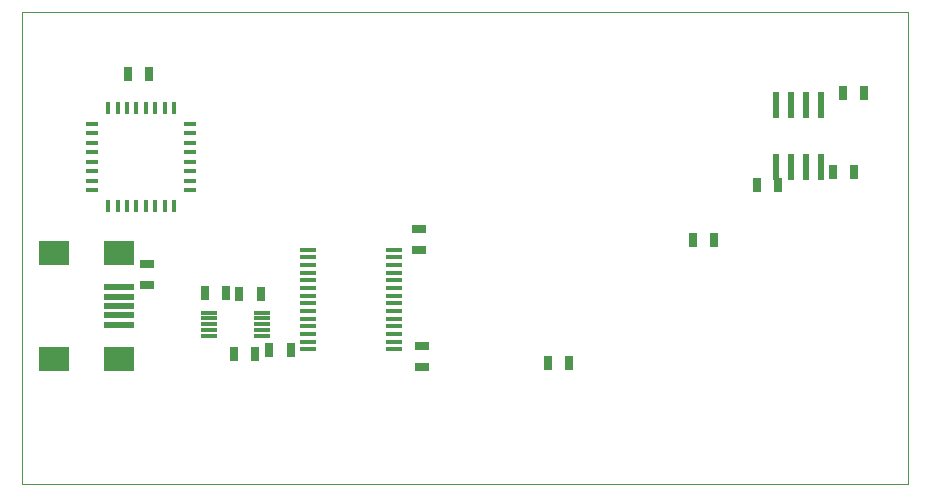
<source format=gbp>
G75*
%MOIN*%
%OFA0B0*%
%FSLAX25Y25*%
%IPPOS*%
%LPD*%
%AMOC8*
5,1,8,0,0,1.08239X$1,22.5*
%
%ADD10C,0.00039*%
%ADD11R,0.03150X0.04724*%
%ADD12R,0.04724X0.03150*%
%ADD13R,0.09843X0.01969*%
%ADD14R,0.09843X0.07874*%
%ADD15R,0.05709X0.01181*%
%ADD16R,0.02400X0.08700*%
%ADD17R,0.05500X0.01370*%
%ADD18R,0.01772X0.03937*%
%ADD19R,0.03937X0.01772*%
D10*
X0030978Y0001256D02*
X0030978Y0158736D01*
X0326339Y0158736D01*
X0326339Y0001256D01*
X0030978Y0001256D01*
D11*
X0101419Y0044780D03*
X0108505Y0044780D03*
X0113379Y0045909D03*
X0120466Y0045909D03*
X0110485Y0064740D03*
X0103399Y0064740D03*
X0099060Y0064969D03*
X0091974Y0064969D03*
X0206312Y0041528D03*
X0213399Y0041528D03*
X0254525Y0082559D03*
X0261611Y0082559D03*
X0275851Y0100801D03*
X0282937Y0100801D03*
X0301264Y0105187D03*
X0308351Y0105187D03*
X0311638Y0131687D03*
X0304552Y0131687D03*
X0073167Y0137831D03*
X0066080Y0137831D03*
D12*
X0163123Y0086335D03*
X0163123Y0079248D03*
X0164107Y0047240D03*
X0164107Y0040154D03*
X0072588Y0067662D03*
X0072588Y0074749D03*
D13*
X0063375Y0066929D03*
X0063375Y0063780D03*
X0063375Y0060630D03*
X0063375Y0057480D03*
X0063375Y0054331D03*
D14*
X0063375Y0042913D03*
X0041722Y0042913D03*
X0041722Y0078346D03*
X0063375Y0078346D03*
D15*
X0093202Y0058441D03*
X0093202Y0056472D03*
X0093202Y0054504D03*
X0093202Y0052535D03*
X0093202Y0050567D03*
X0110919Y0050567D03*
X0110919Y0052535D03*
X0110919Y0054504D03*
X0110919Y0056472D03*
X0110919Y0058441D03*
D16*
X0282327Y0106918D03*
X0287327Y0106918D03*
X0292327Y0106918D03*
X0297327Y0106918D03*
X0297327Y0127518D03*
X0292327Y0127518D03*
X0287327Y0127518D03*
X0282327Y0127518D03*
D17*
X0155017Y0079425D03*
X0155017Y0076866D03*
X0155017Y0074307D03*
X0155017Y0071748D03*
X0155017Y0069189D03*
X0155017Y0066630D03*
X0155017Y0064071D03*
X0155017Y0061512D03*
X0155017Y0058953D03*
X0155017Y0056394D03*
X0155017Y0053835D03*
X0155017Y0051276D03*
X0155017Y0048717D03*
X0155017Y0046157D03*
X0126230Y0046157D03*
X0126230Y0048717D03*
X0126230Y0051276D03*
X0126230Y0053835D03*
X0126230Y0056394D03*
X0126230Y0058953D03*
X0126230Y0061512D03*
X0126230Y0064071D03*
X0126230Y0066630D03*
X0126230Y0069189D03*
X0126230Y0071748D03*
X0126230Y0074307D03*
X0126230Y0076866D03*
X0126230Y0079425D03*
D18*
X0081647Y0093953D03*
X0078497Y0093953D03*
X0075348Y0093953D03*
X0072198Y0093953D03*
X0069048Y0093953D03*
X0065899Y0093953D03*
X0062749Y0093953D03*
X0059600Y0093953D03*
X0059600Y0126630D03*
X0062749Y0126630D03*
X0065899Y0126630D03*
X0069048Y0126630D03*
X0072198Y0126630D03*
X0075348Y0126630D03*
X0078497Y0126630D03*
X0081647Y0126630D03*
D19*
X0086962Y0121315D03*
X0086962Y0118165D03*
X0086962Y0115016D03*
X0086962Y0111866D03*
X0086962Y0108717D03*
X0086962Y0105567D03*
X0086962Y0102417D03*
X0086962Y0099268D03*
X0054285Y0099268D03*
X0054285Y0102417D03*
X0054285Y0105567D03*
X0054285Y0108717D03*
X0054285Y0111866D03*
X0054285Y0115016D03*
X0054285Y0118165D03*
X0054285Y0121315D03*
M02*

</source>
